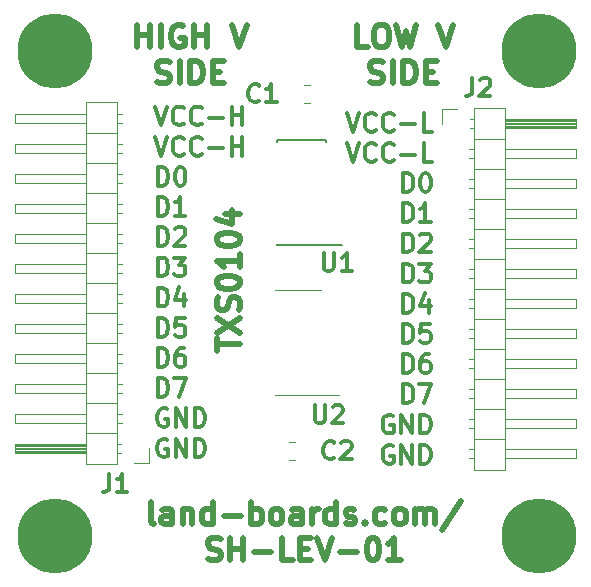
<source format=gto>
G04 #@! TF.GenerationSoftware,KiCad,Pcbnew,(6.0.1)*
G04 #@! TF.CreationDate,2022-08-20T07:42:27-04:00*
G04 #@! TF.ProjectId,SH-LEV-01,53482d4c-4556-42d3-9031-2e6b69636164,1*
G04 #@! TF.SameCoordinates,Original*
G04 #@! TF.FileFunction,Legend,Top*
G04 #@! TF.FilePolarity,Positive*
%FSLAX46Y46*%
G04 Gerber Fmt 4.6, Leading zero omitted, Abs format (unit mm)*
G04 Created by KiCad (PCBNEW (6.0.1)) date 2022-08-20 07:42:28*
%MOMM*%
%LPD*%
G01*
G04 APERTURE LIST*
%ADD10C,0.304800*%
%ADD11C,0.476250*%
%ADD12C,0.120000*%
%ADD13C,0.150000*%
%ADD14C,6.350000*%
G04 APERTURE END LIST*
D10*
X38801765Y-19210942D02*
X39309765Y-20798442D01*
X39817765Y-19210942D01*
X41196622Y-20647252D02*
X41124051Y-20722847D01*
X40906337Y-20798442D01*
X40761194Y-20798442D01*
X40543480Y-20722847D01*
X40398337Y-20571657D01*
X40325765Y-20420466D01*
X40253194Y-20118085D01*
X40253194Y-19891299D01*
X40325765Y-19588918D01*
X40398337Y-19437728D01*
X40543480Y-19286538D01*
X40761194Y-19210942D01*
X40906337Y-19210942D01*
X41124051Y-19286538D01*
X41196622Y-19362133D01*
X42720622Y-20647252D02*
X42648051Y-20722847D01*
X42430337Y-20798442D01*
X42285194Y-20798442D01*
X42067480Y-20722847D01*
X41922337Y-20571657D01*
X41849765Y-20420466D01*
X41777194Y-20118085D01*
X41777194Y-19891299D01*
X41849765Y-19588918D01*
X41922337Y-19437728D01*
X42067480Y-19286538D01*
X42285194Y-19210942D01*
X42430337Y-19210942D01*
X42648051Y-19286538D01*
X42720622Y-19362133D01*
X43373765Y-20193680D02*
X44534908Y-20193680D01*
X45986337Y-20798442D02*
X45260622Y-20798442D01*
X45260622Y-19210942D01*
X38801765Y-21766817D02*
X39309765Y-23354317D01*
X39817765Y-21766817D01*
X41196622Y-23203127D02*
X41124051Y-23278722D01*
X40906337Y-23354317D01*
X40761194Y-23354317D01*
X40543480Y-23278722D01*
X40398337Y-23127532D01*
X40325765Y-22976341D01*
X40253194Y-22673960D01*
X40253194Y-22447174D01*
X40325765Y-22144793D01*
X40398337Y-21993603D01*
X40543480Y-21842413D01*
X40761194Y-21766817D01*
X40906337Y-21766817D01*
X41124051Y-21842413D01*
X41196622Y-21918008D01*
X42720622Y-23203127D02*
X42648051Y-23278722D01*
X42430337Y-23354317D01*
X42285194Y-23354317D01*
X42067480Y-23278722D01*
X41922337Y-23127532D01*
X41849765Y-22976341D01*
X41777194Y-22673960D01*
X41777194Y-22447174D01*
X41849765Y-22144793D01*
X41922337Y-21993603D01*
X42067480Y-21842413D01*
X42285194Y-21766817D01*
X42430337Y-21766817D01*
X42648051Y-21842413D01*
X42720622Y-21918008D01*
X43373765Y-22749555D02*
X44534908Y-22749555D01*
X45986337Y-23354317D02*
X45260622Y-23354317D01*
X45260622Y-21766817D01*
X43518908Y-25910192D02*
X43518908Y-24322692D01*
X43881765Y-24322692D01*
X44099480Y-24398288D01*
X44244622Y-24549478D01*
X44317194Y-24700668D01*
X44389765Y-25003049D01*
X44389765Y-25229835D01*
X44317194Y-25532216D01*
X44244622Y-25683407D01*
X44099480Y-25834597D01*
X43881765Y-25910192D01*
X43518908Y-25910192D01*
X45333194Y-24322692D02*
X45478337Y-24322692D01*
X45623480Y-24398288D01*
X45696051Y-24473883D01*
X45768622Y-24625073D01*
X45841194Y-24927454D01*
X45841194Y-25305430D01*
X45768622Y-25607811D01*
X45696051Y-25759002D01*
X45623480Y-25834597D01*
X45478337Y-25910192D01*
X45333194Y-25910192D01*
X45188051Y-25834597D01*
X45115480Y-25759002D01*
X45042908Y-25607811D01*
X44970337Y-25305430D01*
X44970337Y-24927454D01*
X45042908Y-24625073D01*
X45115480Y-24473883D01*
X45188051Y-24398288D01*
X45333194Y-24322692D01*
X43518908Y-28466067D02*
X43518908Y-26878567D01*
X43881765Y-26878567D01*
X44099480Y-26954163D01*
X44244622Y-27105353D01*
X44317194Y-27256543D01*
X44389765Y-27558924D01*
X44389765Y-27785710D01*
X44317194Y-28088091D01*
X44244622Y-28239282D01*
X44099480Y-28390472D01*
X43881765Y-28466067D01*
X43518908Y-28466067D01*
X45841194Y-28466067D02*
X44970337Y-28466067D01*
X45405765Y-28466067D02*
X45405765Y-26878567D01*
X45260622Y-27105353D01*
X45115480Y-27256543D01*
X44970337Y-27332139D01*
X43518908Y-31021942D02*
X43518908Y-29434442D01*
X43881765Y-29434442D01*
X44099480Y-29510038D01*
X44244622Y-29661228D01*
X44317194Y-29812418D01*
X44389765Y-30114799D01*
X44389765Y-30341585D01*
X44317194Y-30643966D01*
X44244622Y-30795157D01*
X44099480Y-30946347D01*
X43881765Y-31021942D01*
X43518908Y-31021942D01*
X44970337Y-29585633D02*
X45042908Y-29510038D01*
X45188051Y-29434442D01*
X45550908Y-29434442D01*
X45696051Y-29510038D01*
X45768622Y-29585633D01*
X45841194Y-29736823D01*
X45841194Y-29888014D01*
X45768622Y-30114799D01*
X44897765Y-31021942D01*
X45841194Y-31021942D01*
X43518908Y-33577817D02*
X43518908Y-31990317D01*
X43881765Y-31990317D01*
X44099480Y-32065913D01*
X44244622Y-32217103D01*
X44317194Y-32368293D01*
X44389765Y-32670674D01*
X44389765Y-32897460D01*
X44317194Y-33199841D01*
X44244622Y-33351032D01*
X44099480Y-33502222D01*
X43881765Y-33577817D01*
X43518908Y-33577817D01*
X44897765Y-31990317D02*
X45841194Y-31990317D01*
X45333194Y-32595079D01*
X45550908Y-32595079D01*
X45696051Y-32670674D01*
X45768622Y-32746270D01*
X45841194Y-32897460D01*
X45841194Y-33275436D01*
X45768622Y-33426627D01*
X45696051Y-33502222D01*
X45550908Y-33577817D01*
X45115480Y-33577817D01*
X44970337Y-33502222D01*
X44897765Y-33426627D01*
X43518908Y-36133692D02*
X43518908Y-34546192D01*
X43881765Y-34546192D01*
X44099480Y-34621788D01*
X44244622Y-34772978D01*
X44317194Y-34924168D01*
X44389765Y-35226549D01*
X44389765Y-35453335D01*
X44317194Y-35755716D01*
X44244622Y-35906907D01*
X44099480Y-36058097D01*
X43881765Y-36133692D01*
X43518908Y-36133692D01*
X45696051Y-35075359D02*
X45696051Y-36133692D01*
X45333194Y-34470597D02*
X44970337Y-35604526D01*
X45913765Y-35604526D01*
X43518908Y-38689567D02*
X43518908Y-37102067D01*
X43881765Y-37102067D01*
X44099480Y-37177663D01*
X44244622Y-37328853D01*
X44317194Y-37480043D01*
X44389765Y-37782424D01*
X44389765Y-38009210D01*
X44317194Y-38311591D01*
X44244622Y-38462782D01*
X44099480Y-38613972D01*
X43881765Y-38689567D01*
X43518908Y-38689567D01*
X45768622Y-37102067D02*
X45042908Y-37102067D01*
X44970337Y-37858020D01*
X45042908Y-37782424D01*
X45188051Y-37706829D01*
X45550908Y-37706829D01*
X45696051Y-37782424D01*
X45768622Y-37858020D01*
X45841194Y-38009210D01*
X45841194Y-38387186D01*
X45768622Y-38538377D01*
X45696051Y-38613972D01*
X45550908Y-38689567D01*
X45188051Y-38689567D01*
X45042908Y-38613972D01*
X44970337Y-38538377D01*
X43518908Y-41245442D02*
X43518908Y-39657942D01*
X43881765Y-39657942D01*
X44099480Y-39733538D01*
X44244622Y-39884728D01*
X44317194Y-40035918D01*
X44389765Y-40338299D01*
X44389765Y-40565085D01*
X44317194Y-40867466D01*
X44244622Y-41018657D01*
X44099480Y-41169847D01*
X43881765Y-41245442D01*
X43518908Y-41245442D01*
X45696051Y-39657942D02*
X45405765Y-39657942D01*
X45260622Y-39733538D01*
X45188051Y-39809133D01*
X45042908Y-40035918D01*
X44970337Y-40338299D01*
X44970337Y-40943061D01*
X45042908Y-41094252D01*
X45115480Y-41169847D01*
X45260622Y-41245442D01*
X45550908Y-41245442D01*
X45696051Y-41169847D01*
X45768622Y-41094252D01*
X45841194Y-40943061D01*
X45841194Y-40565085D01*
X45768622Y-40413895D01*
X45696051Y-40338299D01*
X45550908Y-40262704D01*
X45260622Y-40262704D01*
X45115480Y-40338299D01*
X45042908Y-40413895D01*
X44970337Y-40565085D01*
X43518908Y-43801317D02*
X43518908Y-42213817D01*
X43881765Y-42213817D01*
X44099480Y-42289413D01*
X44244622Y-42440603D01*
X44317194Y-42591793D01*
X44389765Y-42894174D01*
X44389765Y-43120960D01*
X44317194Y-43423341D01*
X44244622Y-43574532D01*
X44099480Y-43725722D01*
X43881765Y-43801317D01*
X43518908Y-43801317D01*
X44897765Y-42213817D02*
X45913765Y-42213817D01*
X45260622Y-43801317D01*
X42648051Y-44845288D02*
X42502908Y-44769692D01*
X42285194Y-44769692D01*
X42067480Y-44845288D01*
X41922337Y-44996478D01*
X41849765Y-45147668D01*
X41777194Y-45450049D01*
X41777194Y-45676835D01*
X41849765Y-45979216D01*
X41922337Y-46130407D01*
X42067480Y-46281597D01*
X42285194Y-46357192D01*
X42430337Y-46357192D01*
X42648051Y-46281597D01*
X42720622Y-46206002D01*
X42720622Y-45676835D01*
X42430337Y-45676835D01*
X43373765Y-46357192D02*
X43373765Y-44769692D01*
X44244622Y-46357192D01*
X44244622Y-44769692D01*
X44970337Y-46357192D02*
X44970337Y-44769692D01*
X45333194Y-44769692D01*
X45550908Y-44845288D01*
X45696051Y-44996478D01*
X45768622Y-45147668D01*
X45841194Y-45450049D01*
X45841194Y-45676835D01*
X45768622Y-45979216D01*
X45696051Y-46130407D01*
X45550908Y-46281597D01*
X45333194Y-46357192D01*
X44970337Y-46357192D01*
X42648051Y-47401163D02*
X42502908Y-47325567D01*
X42285194Y-47325567D01*
X42067480Y-47401163D01*
X41922337Y-47552353D01*
X41849765Y-47703543D01*
X41777194Y-48005924D01*
X41777194Y-48232710D01*
X41849765Y-48535091D01*
X41922337Y-48686282D01*
X42067480Y-48837472D01*
X42285194Y-48913067D01*
X42430337Y-48913067D01*
X42648051Y-48837472D01*
X42720622Y-48761877D01*
X42720622Y-48232710D01*
X42430337Y-48232710D01*
X43373765Y-48913067D02*
X43373765Y-47325567D01*
X44244622Y-48913067D01*
X44244622Y-47325567D01*
X44970337Y-48913067D02*
X44970337Y-47325567D01*
X45333194Y-47325567D01*
X45550908Y-47401163D01*
X45696051Y-47552353D01*
X45768622Y-47703543D01*
X45841194Y-48005924D01*
X45841194Y-48232710D01*
X45768622Y-48535091D01*
X45696051Y-48686282D01*
X45550908Y-48837472D01*
X45333194Y-48913067D01*
X44970337Y-48913067D01*
X22542862Y-18682952D02*
X23050862Y-20270452D01*
X23558862Y-18682952D01*
X24937720Y-20119262D02*
X24865148Y-20194857D01*
X24647434Y-20270452D01*
X24502291Y-20270452D01*
X24284577Y-20194857D01*
X24139434Y-20043667D01*
X24066862Y-19892476D01*
X23994291Y-19590095D01*
X23994291Y-19363309D01*
X24066862Y-19060928D01*
X24139434Y-18909738D01*
X24284577Y-18758548D01*
X24502291Y-18682952D01*
X24647434Y-18682952D01*
X24865148Y-18758548D01*
X24937720Y-18834143D01*
X26461720Y-20119262D02*
X26389148Y-20194857D01*
X26171434Y-20270452D01*
X26026291Y-20270452D01*
X25808577Y-20194857D01*
X25663434Y-20043667D01*
X25590862Y-19892476D01*
X25518291Y-19590095D01*
X25518291Y-19363309D01*
X25590862Y-19060928D01*
X25663434Y-18909738D01*
X25808577Y-18758548D01*
X26026291Y-18682952D01*
X26171434Y-18682952D01*
X26389148Y-18758548D01*
X26461720Y-18834143D01*
X27114862Y-19665690D02*
X28276005Y-19665690D01*
X29001720Y-20270452D02*
X29001720Y-18682952D01*
X29001720Y-19438905D02*
X29872577Y-19438905D01*
X29872577Y-20270452D02*
X29872577Y-18682952D01*
X22542862Y-21238827D02*
X23050862Y-22826327D01*
X23558862Y-21238827D01*
X24937720Y-22675137D02*
X24865148Y-22750732D01*
X24647434Y-22826327D01*
X24502291Y-22826327D01*
X24284577Y-22750732D01*
X24139434Y-22599542D01*
X24066862Y-22448351D01*
X23994291Y-22145970D01*
X23994291Y-21919184D01*
X24066862Y-21616803D01*
X24139434Y-21465613D01*
X24284577Y-21314423D01*
X24502291Y-21238827D01*
X24647434Y-21238827D01*
X24865148Y-21314423D01*
X24937720Y-21390018D01*
X26461720Y-22675137D02*
X26389148Y-22750732D01*
X26171434Y-22826327D01*
X26026291Y-22826327D01*
X25808577Y-22750732D01*
X25663434Y-22599542D01*
X25590862Y-22448351D01*
X25518291Y-22145970D01*
X25518291Y-21919184D01*
X25590862Y-21616803D01*
X25663434Y-21465613D01*
X25808577Y-21314423D01*
X26026291Y-21238827D01*
X26171434Y-21238827D01*
X26389148Y-21314423D01*
X26461720Y-21390018D01*
X27114862Y-22221565D02*
X28276005Y-22221565D01*
X29001720Y-22826327D02*
X29001720Y-21238827D01*
X29001720Y-21994780D02*
X29872577Y-21994780D01*
X29872577Y-22826327D02*
X29872577Y-21238827D01*
X22760577Y-25382202D02*
X22760577Y-23794702D01*
X23123434Y-23794702D01*
X23341148Y-23870298D01*
X23486291Y-24021488D01*
X23558862Y-24172678D01*
X23631434Y-24475059D01*
X23631434Y-24701845D01*
X23558862Y-25004226D01*
X23486291Y-25155417D01*
X23341148Y-25306607D01*
X23123434Y-25382202D01*
X22760577Y-25382202D01*
X24574862Y-23794702D02*
X24720005Y-23794702D01*
X24865148Y-23870298D01*
X24937720Y-23945893D01*
X25010291Y-24097083D01*
X25082862Y-24399464D01*
X25082862Y-24777440D01*
X25010291Y-25079821D01*
X24937720Y-25231012D01*
X24865148Y-25306607D01*
X24720005Y-25382202D01*
X24574862Y-25382202D01*
X24429720Y-25306607D01*
X24357148Y-25231012D01*
X24284577Y-25079821D01*
X24212005Y-24777440D01*
X24212005Y-24399464D01*
X24284577Y-24097083D01*
X24357148Y-23945893D01*
X24429720Y-23870298D01*
X24574862Y-23794702D01*
X22760577Y-27938077D02*
X22760577Y-26350577D01*
X23123434Y-26350577D01*
X23341148Y-26426173D01*
X23486291Y-26577363D01*
X23558862Y-26728553D01*
X23631434Y-27030934D01*
X23631434Y-27257720D01*
X23558862Y-27560101D01*
X23486291Y-27711292D01*
X23341148Y-27862482D01*
X23123434Y-27938077D01*
X22760577Y-27938077D01*
X25082862Y-27938077D02*
X24212005Y-27938077D01*
X24647434Y-27938077D02*
X24647434Y-26350577D01*
X24502291Y-26577363D01*
X24357148Y-26728553D01*
X24212005Y-26804149D01*
X22760577Y-30493952D02*
X22760577Y-28906452D01*
X23123434Y-28906452D01*
X23341148Y-28982048D01*
X23486291Y-29133238D01*
X23558862Y-29284428D01*
X23631434Y-29586809D01*
X23631434Y-29813595D01*
X23558862Y-30115976D01*
X23486291Y-30267167D01*
X23341148Y-30418357D01*
X23123434Y-30493952D01*
X22760577Y-30493952D01*
X24212005Y-29057643D02*
X24284577Y-28982048D01*
X24429720Y-28906452D01*
X24792577Y-28906452D01*
X24937720Y-28982048D01*
X25010291Y-29057643D01*
X25082862Y-29208833D01*
X25082862Y-29360024D01*
X25010291Y-29586809D01*
X24139434Y-30493952D01*
X25082862Y-30493952D01*
X22760577Y-33049827D02*
X22760577Y-31462327D01*
X23123434Y-31462327D01*
X23341148Y-31537923D01*
X23486291Y-31689113D01*
X23558862Y-31840303D01*
X23631434Y-32142684D01*
X23631434Y-32369470D01*
X23558862Y-32671851D01*
X23486291Y-32823042D01*
X23341148Y-32974232D01*
X23123434Y-33049827D01*
X22760577Y-33049827D01*
X24139434Y-31462327D02*
X25082862Y-31462327D01*
X24574862Y-32067089D01*
X24792577Y-32067089D01*
X24937720Y-32142684D01*
X25010291Y-32218280D01*
X25082862Y-32369470D01*
X25082862Y-32747446D01*
X25010291Y-32898637D01*
X24937720Y-32974232D01*
X24792577Y-33049827D01*
X24357148Y-33049827D01*
X24212005Y-32974232D01*
X24139434Y-32898637D01*
X22760577Y-35605702D02*
X22760577Y-34018202D01*
X23123434Y-34018202D01*
X23341148Y-34093798D01*
X23486291Y-34244988D01*
X23558862Y-34396178D01*
X23631434Y-34698559D01*
X23631434Y-34925345D01*
X23558862Y-35227726D01*
X23486291Y-35378917D01*
X23341148Y-35530107D01*
X23123434Y-35605702D01*
X22760577Y-35605702D01*
X24937720Y-34547369D02*
X24937720Y-35605702D01*
X24574862Y-33942607D02*
X24212005Y-35076536D01*
X25155434Y-35076536D01*
X22760577Y-38161577D02*
X22760577Y-36574077D01*
X23123434Y-36574077D01*
X23341148Y-36649673D01*
X23486291Y-36800863D01*
X23558862Y-36952053D01*
X23631434Y-37254434D01*
X23631434Y-37481220D01*
X23558862Y-37783601D01*
X23486291Y-37934792D01*
X23341148Y-38085982D01*
X23123434Y-38161577D01*
X22760577Y-38161577D01*
X25010291Y-36574077D02*
X24284577Y-36574077D01*
X24212005Y-37330030D01*
X24284577Y-37254434D01*
X24429720Y-37178839D01*
X24792577Y-37178839D01*
X24937720Y-37254434D01*
X25010291Y-37330030D01*
X25082862Y-37481220D01*
X25082862Y-37859196D01*
X25010291Y-38010387D01*
X24937720Y-38085982D01*
X24792577Y-38161577D01*
X24429720Y-38161577D01*
X24284577Y-38085982D01*
X24212005Y-38010387D01*
X22760577Y-40717452D02*
X22760577Y-39129952D01*
X23123434Y-39129952D01*
X23341148Y-39205548D01*
X23486291Y-39356738D01*
X23558862Y-39507928D01*
X23631434Y-39810309D01*
X23631434Y-40037095D01*
X23558862Y-40339476D01*
X23486291Y-40490667D01*
X23341148Y-40641857D01*
X23123434Y-40717452D01*
X22760577Y-40717452D01*
X24937720Y-39129952D02*
X24647434Y-39129952D01*
X24502291Y-39205548D01*
X24429720Y-39281143D01*
X24284577Y-39507928D01*
X24212005Y-39810309D01*
X24212005Y-40415071D01*
X24284577Y-40566262D01*
X24357148Y-40641857D01*
X24502291Y-40717452D01*
X24792577Y-40717452D01*
X24937720Y-40641857D01*
X25010291Y-40566262D01*
X25082862Y-40415071D01*
X25082862Y-40037095D01*
X25010291Y-39885905D01*
X24937720Y-39810309D01*
X24792577Y-39734714D01*
X24502291Y-39734714D01*
X24357148Y-39810309D01*
X24284577Y-39885905D01*
X24212005Y-40037095D01*
X22760577Y-43273327D02*
X22760577Y-41685827D01*
X23123434Y-41685827D01*
X23341148Y-41761423D01*
X23486291Y-41912613D01*
X23558862Y-42063803D01*
X23631434Y-42366184D01*
X23631434Y-42592970D01*
X23558862Y-42895351D01*
X23486291Y-43046542D01*
X23341148Y-43197732D01*
X23123434Y-43273327D01*
X22760577Y-43273327D01*
X24139434Y-41685827D02*
X25155434Y-41685827D01*
X24502291Y-43273327D01*
X23558862Y-44317298D02*
X23413720Y-44241702D01*
X23196005Y-44241702D01*
X22978291Y-44317298D01*
X22833148Y-44468488D01*
X22760577Y-44619678D01*
X22688005Y-44922059D01*
X22688005Y-45148845D01*
X22760577Y-45451226D01*
X22833148Y-45602417D01*
X22978291Y-45753607D01*
X23196005Y-45829202D01*
X23341148Y-45829202D01*
X23558862Y-45753607D01*
X23631434Y-45678012D01*
X23631434Y-45148845D01*
X23341148Y-45148845D01*
X24284577Y-45829202D02*
X24284577Y-44241702D01*
X25155434Y-45829202D01*
X25155434Y-44241702D01*
X25881148Y-45829202D02*
X25881148Y-44241702D01*
X26244005Y-44241702D01*
X26461720Y-44317298D01*
X26606862Y-44468488D01*
X26679434Y-44619678D01*
X26752005Y-44922059D01*
X26752005Y-45148845D01*
X26679434Y-45451226D01*
X26606862Y-45602417D01*
X26461720Y-45753607D01*
X26244005Y-45829202D01*
X25881148Y-45829202D01*
X23558862Y-46873173D02*
X23413720Y-46797577D01*
X23196005Y-46797577D01*
X22978291Y-46873173D01*
X22833148Y-47024363D01*
X22760577Y-47175553D01*
X22688005Y-47477934D01*
X22688005Y-47704720D01*
X22760577Y-48007101D01*
X22833148Y-48158292D01*
X22978291Y-48309482D01*
X23196005Y-48385077D01*
X23341148Y-48385077D01*
X23558862Y-48309482D01*
X23631434Y-48233887D01*
X23631434Y-47704720D01*
X23341148Y-47704720D01*
X24284577Y-48385077D02*
X24284577Y-46797577D01*
X25155434Y-48385077D01*
X25155434Y-46797577D01*
X25881148Y-48385077D02*
X25881148Y-46797577D01*
X26244005Y-46797577D01*
X26461720Y-46873173D01*
X26606862Y-47024363D01*
X26679434Y-47175553D01*
X26752005Y-47477934D01*
X26752005Y-47704720D01*
X26679434Y-48007101D01*
X26606862Y-48158292D01*
X26461720Y-48309482D01*
X26244005Y-48385077D01*
X25881148Y-48385077D01*
D11*
X22408242Y-54039860D02*
X22226814Y-53949146D01*
X22136099Y-53767717D01*
X22136099Y-52134860D01*
X23950385Y-54039860D02*
X23950385Y-53042003D01*
X23859671Y-52860575D01*
X23678242Y-52769860D01*
X23315385Y-52769860D01*
X23133957Y-52860575D01*
X23950385Y-53949146D02*
X23768957Y-54039860D01*
X23315385Y-54039860D01*
X23133957Y-53949146D01*
X23043242Y-53767717D01*
X23043242Y-53586289D01*
X23133957Y-53404860D01*
X23315385Y-53314146D01*
X23768957Y-53314146D01*
X23950385Y-53223432D01*
X24857528Y-52769860D02*
X24857528Y-54039860D01*
X24857528Y-52951289D02*
X24948242Y-52860575D01*
X25129671Y-52769860D01*
X25401814Y-52769860D01*
X25583242Y-52860575D01*
X25673957Y-53042003D01*
X25673957Y-54039860D01*
X27397528Y-54039860D02*
X27397528Y-52134860D01*
X27397528Y-53949146D02*
X27216099Y-54039860D01*
X26853242Y-54039860D01*
X26671814Y-53949146D01*
X26581099Y-53858432D01*
X26490385Y-53677003D01*
X26490385Y-53132717D01*
X26581099Y-52951289D01*
X26671814Y-52860575D01*
X26853242Y-52769860D01*
X27216099Y-52769860D01*
X27397528Y-52860575D01*
X28304671Y-53314146D02*
X29756099Y-53314146D01*
X30663242Y-54039860D02*
X30663242Y-52134860D01*
X30663242Y-52860575D02*
X30844671Y-52769860D01*
X31207528Y-52769860D01*
X31388957Y-52860575D01*
X31479671Y-52951289D01*
X31570385Y-53132717D01*
X31570385Y-53677003D01*
X31479671Y-53858432D01*
X31388957Y-53949146D01*
X31207528Y-54039860D01*
X30844671Y-54039860D01*
X30663242Y-53949146D01*
X32658957Y-54039860D02*
X32477528Y-53949146D01*
X32386814Y-53858432D01*
X32296099Y-53677003D01*
X32296099Y-53132717D01*
X32386814Y-52951289D01*
X32477528Y-52860575D01*
X32658957Y-52769860D01*
X32931099Y-52769860D01*
X33112528Y-52860575D01*
X33203242Y-52951289D01*
X33293957Y-53132717D01*
X33293957Y-53677003D01*
X33203242Y-53858432D01*
X33112528Y-53949146D01*
X32931099Y-54039860D01*
X32658957Y-54039860D01*
X34926814Y-54039860D02*
X34926814Y-53042003D01*
X34836100Y-52860575D01*
X34654671Y-52769860D01*
X34291814Y-52769860D01*
X34110385Y-52860575D01*
X34926814Y-53949146D02*
X34745385Y-54039860D01*
X34291814Y-54039860D01*
X34110385Y-53949146D01*
X34019671Y-53767717D01*
X34019671Y-53586289D01*
X34110385Y-53404860D01*
X34291814Y-53314146D01*
X34745385Y-53314146D01*
X34926814Y-53223432D01*
X35833957Y-54039860D02*
X35833957Y-52769860D01*
X35833957Y-53132717D02*
X35924671Y-52951289D01*
X36015385Y-52860575D01*
X36196814Y-52769860D01*
X36378242Y-52769860D01*
X37829671Y-54039860D02*
X37829671Y-52134860D01*
X37829671Y-53949146D02*
X37648242Y-54039860D01*
X37285385Y-54039860D01*
X37103957Y-53949146D01*
X37013242Y-53858432D01*
X36922528Y-53677003D01*
X36922528Y-53132717D01*
X37013242Y-52951289D01*
X37103957Y-52860575D01*
X37285385Y-52769860D01*
X37648242Y-52769860D01*
X37829671Y-52860575D01*
X38646100Y-53949146D02*
X38827528Y-54039860D01*
X39190385Y-54039860D01*
X39371814Y-53949146D01*
X39462528Y-53767717D01*
X39462528Y-53677003D01*
X39371814Y-53495575D01*
X39190385Y-53404860D01*
X38918242Y-53404860D01*
X38736814Y-53314146D01*
X38646100Y-53132717D01*
X38646100Y-53042003D01*
X38736814Y-52860575D01*
X38918242Y-52769860D01*
X39190385Y-52769860D01*
X39371814Y-52860575D01*
X40278957Y-53858432D02*
X40369671Y-53949146D01*
X40278957Y-54039860D01*
X40188242Y-53949146D01*
X40278957Y-53858432D01*
X40278957Y-54039860D01*
X42002528Y-53949146D02*
X41821100Y-54039860D01*
X41458242Y-54039860D01*
X41276814Y-53949146D01*
X41186100Y-53858432D01*
X41095385Y-53677003D01*
X41095385Y-53132717D01*
X41186100Y-52951289D01*
X41276814Y-52860575D01*
X41458242Y-52769860D01*
X41821100Y-52769860D01*
X42002528Y-52860575D01*
X43091100Y-54039860D02*
X42909671Y-53949146D01*
X42818957Y-53858432D01*
X42728242Y-53677003D01*
X42728242Y-53132717D01*
X42818957Y-52951289D01*
X42909671Y-52860575D01*
X43091100Y-52769860D01*
X43363242Y-52769860D01*
X43544671Y-52860575D01*
X43635385Y-52951289D01*
X43726100Y-53132717D01*
X43726100Y-53677003D01*
X43635385Y-53858432D01*
X43544671Y-53949146D01*
X43363242Y-54039860D01*
X43091100Y-54039860D01*
X44542528Y-54039860D02*
X44542528Y-52769860D01*
X44542528Y-52951289D02*
X44633242Y-52860575D01*
X44814671Y-52769860D01*
X45086814Y-52769860D01*
X45268242Y-52860575D01*
X45358957Y-53042003D01*
X45358957Y-54039860D01*
X45358957Y-53042003D02*
X45449671Y-52860575D01*
X45631100Y-52769860D01*
X45903242Y-52769860D01*
X46084671Y-52860575D01*
X46175385Y-53042003D01*
X46175385Y-54039860D01*
X48443242Y-52044146D02*
X46810385Y-54493432D01*
X26989314Y-57016196D02*
X27261457Y-57106910D01*
X27715028Y-57106910D01*
X27896457Y-57016196D01*
X27987171Y-56925482D01*
X28077885Y-56744053D01*
X28077885Y-56562625D01*
X27987171Y-56381196D01*
X27896457Y-56290482D01*
X27715028Y-56199767D01*
X27352171Y-56109053D01*
X27170742Y-56018339D01*
X27080028Y-55927625D01*
X26989314Y-55746196D01*
X26989314Y-55564767D01*
X27080028Y-55383339D01*
X27170742Y-55292625D01*
X27352171Y-55201910D01*
X27805742Y-55201910D01*
X28077885Y-55292625D01*
X28894314Y-57106910D02*
X28894314Y-55201910D01*
X28894314Y-56109053D02*
X29982885Y-56109053D01*
X29982885Y-57106910D02*
X29982885Y-55201910D01*
X30890028Y-56381196D02*
X32341457Y-56381196D01*
X34155742Y-57106910D02*
X33248600Y-57106910D01*
X33248600Y-55201910D01*
X34790742Y-56109053D02*
X35425742Y-56109053D01*
X35697885Y-57106910D02*
X34790742Y-57106910D01*
X34790742Y-55201910D01*
X35697885Y-55201910D01*
X36242171Y-55201910D02*
X36877171Y-57106910D01*
X37512171Y-55201910D01*
X38147171Y-56381196D02*
X39598600Y-56381196D01*
X40868600Y-55201910D02*
X41050028Y-55201910D01*
X41231457Y-55292625D01*
X41322171Y-55383339D01*
X41412885Y-55564767D01*
X41503600Y-55927625D01*
X41503600Y-56381196D01*
X41412885Y-56744053D01*
X41322171Y-56925482D01*
X41231457Y-57016196D01*
X41050028Y-57106910D01*
X40868600Y-57106910D01*
X40687171Y-57016196D01*
X40596457Y-56925482D01*
X40505742Y-56744053D01*
X40415028Y-56381196D01*
X40415028Y-55927625D01*
X40505742Y-55564767D01*
X40596457Y-55383339D01*
X40687171Y-55292625D01*
X40868600Y-55201910D01*
X43317885Y-57106910D02*
X42229314Y-57106910D01*
X42773600Y-57106910D02*
X42773600Y-55201910D01*
X42592171Y-55474053D01*
X42410742Y-55655482D01*
X42229314Y-55746196D01*
X27760385Y-39362742D02*
X27760385Y-38274171D01*
X29665385Y-38818457D02*
X27760385Y-38818457D01*
X27760385Y-37820600D02*
X29665385Y-36550600D01*
X27760385Y-36550600D02*
X29665385Y-37820600D01*
X29574671Y-35915600D02*
X29665385Y-35643457D01*
X29665385Y-35189885D01*
X29574671Y-35008457D01*
X29483957Y-34917742D01*
X29302528Y-34827028D01*
X29121100Y-34827028D01*
X28939671Y-34917742D01*
X28848957Y-35008457D01*
X28758242Y-35189885D01*
X28667528Y-35552742D01*
X28576814Y-35734171D01*
X28486100Y-35824885D01*
X28304671Y-35915600D01*
X28123242Y-35915600D01*
X27941814Y-35824885D01*
X27851100Y-35734171D01*
X27760385Y-35552742D01*
X27760385Y-35099171D01*
X27851100Y-34827028D01*
X27760385Y-33647742D02*
X27760385Y-33466314D01*
X27851100Y-33284885D01*
X27941814Y-33194171D01*
X28123242Y-33103457D01*
X28486100Y-33012742D01*
X28939671Y-33012742D01*
X29302528Y-33103457D01*
X29483957Y-33194171D01*
X29574671Y-33284885D01*
X29665385Y-33466314D01*
X29665385Y-33647742D01*
X29574671Y-33829171D01*
X29483957Y-33919885D01*
X29302528Y-34010600D01*
X28939671Y-34101314D01*
X28486100Y-34101314D01*
X28123242Y-34010600D01*
X27941814Y-33919885D01*
X27851100Y-33829171D01*
X27760385Y-33647742D01*
X29665385Y-31198457D02*
X29665385Y-32287028D01*
X29665385Y-31742742D02*
X27760385Y-31742742D01*
X28032528Y-31924171D01*
X28213957Y-32105600D01*
X28304671Y-32287028D01*
X27760385Y-30019171D02*
X27760385Y-29837742D01*
X27851100Y-29656314D01*
X27941814Y-29565600D01*
X28123242Y-29474885D01*
X28486100Y-29384171D01*
X28939671Y-29384171D01*
X29302528Y-29474885D01*
X29483957Y-29565600D01*
X29574671Y-29656314D01*
X29665385Y-29837742D01*
X29665385Y-30019171D01*
X29574671Y-30200600D01*
X29483957Y-30291314D01*
X29302528Y-30382028D01*
X28939671Y-30472742D01*
X28486100Y-30472742D01*
X28123242Y-30382028D01*
X27941814Y-30291314D01*
X27851100Y-30200600D01*
X27760385Y-30019171D01*
X28395385Y-27751314D02*
X29665385Y-27751314D01*
X27669671Y-28204885D02*
X29030385Y-28658457D01*
X29030385Y-27479171D01*
X40496671Y-13653860D02*
X39589528Y-13653860D01*
X39589528Y-11748860D01*
X41494528Y-11748860D02*
X41857385Y-11748860D01*
X42038814Y-11839575D01*
X42220242Y-12021003D01*
X42310957Y-12383860D01*
X42310957Y-13018860D01*
X42220242Y-13381717D01*
X42038814Y-13563146D01*
X41857385Y-13653860D01*
X41494528Y-13653860D01*
X41313100Y-13563146D01*
X41131671Y-13381717D01*
X41040957Y-13018860D01*
X41040957Y-12383860D01*
X41131671Y-12021003D01*
X41313100Y-11839575D01*
X41494528Y-11748860D01*
X42945957Y-11748860D02*
X43399528Y-13653860D01*
X43762385Y-12293146D01*
X44125242Y-13653860D01*
X44578814Y-11748860D01*
X46483814Y-11748860D02*
X47118814Y-13653860D01*
X47753814Y-11748860D01*
X40723457Y-16630196D02*
X40995600Y-16720910D01*
X41449171Y-16720910D01*
X41630600Y-16630196D01*
X41721314Y-16539482D01*
X41812028Y-16358053D01*
X41812028Y-16176625D01*
X41721314Y-15995196D01*
X41630600Y-15904482D01*
X41449171Y-15813767D01*
X41086314Y-15723053D01*
X40904885Y-15632339D01*
X40814171Y-15541625D01*
X40723457Y-15360196D01*
X40723457Y-15178767D01*
X40814171Y-14997339D01*
X40904885Y-14906625D01*
X41086314Y-14815910D01*
X41539885Y-14815910D01*
X41812028Y-14906625D01*
X42628457Y-16720910D02*
X42628457Y-14815910D01*
X43535600Y-16720910D02*
X43535600Y-14815910D01*
X43989171Y-14815910D01*
X44261314Y-14906625D01*
X44442742Y-15088053D01*
X44533457Y-15269482D01*
X44624171Y-15632339D01*
X44624171Y-15904482D01*
X44533457Y-16267339D01*
X44442742Y-16448767D01*
X44261314Y-16630196D01*
X43989171Y-16720910D01*
X43535600Y-16720910D01*
X45440600Y-15723053D02*
X46075600Y-15723053D01*
X46347742Y-16720910D02*
X45440600Y-16720910D01*
X45440600Y-14815910D01*
X46347742Y-14815910D01*
X21011242Y-13653860D02*
X21011242Y-11748860D01*
X21011242Y-12656003D02*
X22099814Y-12656003D01*
X22099814Y-13653860D02*
X22099814Y-11748860D01*
X23006957Y-13653860D02*
X23006957Y-11748860D01*
X24911957Y-11839575D02*
X24730528Y-11748860D01*
X24458385Y-11748860D01*
X24186242Y-11839575D01*
X24004814Y-12021003D01*
X23914100Y-12202432D01*
X23823385Y-12565289D01*
X23823385Y-12837432D01*
X23914100Y-13200289D01*
X24004814Y-13381717D01*
X24186242Y-13563146D01*
X24458385Y-13653860D01*
X24639814Y-13653860D01*
X24911957Y-13563146D01*
X25002671Y-13472432D01*
X25002671Y-12837432D01*
X24639814Y-12837432D01*
X25819100Y-13653860D02*
X25819100Y-11748860D01*
X25819100Y-12656003D02*
X26907671Y-12656003D01*
X26907671Y-13653860D02*
X26907671Y-11748860D01*
X28994100Y-11748860D02*
X29629100Y-13653860D01*
X30264100Y-11748860D01*
X22689457Y-16630196D02*
X22961600Y-16720910D01*
X23415171Y-16720910D01*
X23596600Y-16630196D01*
X23687314Y-16539482D01*
X23778028Y-16358053D01*
X23778028Y-16176625D01*
X23687314Y-15995196D01*
X23596600Y-15904482D01*
X23415171Y-15813767D01*
X23052314Y-15723053D01*
X22870885Y-15632339D01*
X22780171Y-15541625D01*
X22689457Y-15360196D01*
X22689457Y-15178767D01*
X22780171Y-14997339D01*
X22870885Y-14906625D01*
X23052314Y-14815910D01*
X23505885Y-14815910D01*
X23778028Y-14906625D01*
X24594457Y-16720910D02*
X24594457Y-14815910D01*
X25501600Y-16720910D02*
X25501600Y-14815910D01*
X25955171Y-14815910D01*
X26227314Y-14906625D01*
X26408742Y-15088053D01*
X26499457Y-15269482D01*
X26590171Y-15632339D01*
X26590171Y-15904482D01*
X26499457Y-16267339D01*
X26408742Y-16448767D01*
X26227314Y-16630196D01*
X25955171Y-16720910D01*
X25501600Y-16720910D01*
X27406600Y-15723053D02*
X28041600Y-15723053D01*
X28313742Y-16720910D02*
X27406600Y-16720910D01*
X27406600Y-14815910D01*
X28313742Y-14815910D01*
D10*
X36024457Y-43971028D02*
X36024457Y-45204742D01*
X36097028Y-45349885D01*
X36169600Y-45422457D01*
X36314742Y-45495028D01*
X36605028Y-45495028D01*
X36750171Y-45422457D01*
X36822742Y-45349885D01*
X36895314Y-45204742D01*
X36895314Y-43971028D01*
X37548457Y-44116171D02*
X37621028Y-44043600D01*
X37766171Y-43971028D01*
X38129028Y-43971028D01*
X38274171Y-44043600D01*
X38346742Y-44116171D01*
X38419314Y-44261314D01*
X38419314Y-44406457D01*
X38346742Y-44624171D01*
X37475885Y-45495028D01*
X38419314Y-45495028D01*
X36774457Y-31057028D02*
X36774457Y-32290742D01*
X36847028Y-32435885D01*
X36919600Y-32508457D01*
X37064742Y-32581028D01*
X37355028Y-32581028D01*
X37500171Y-32508457D01*
X37572742Y-32435885D01*
X37645314Y-32290742D01*
X37645314Y-31057028D01*
X39169314Y-32581028D02*
X38298457Y-32581028D01*
X38733885Y-32581028D02*
X38733885Y-31057028D01*
X38588742Y-31274742D01*
X38443600Y-31419885D01*
X38298457Y-31492457D01*
X18643600Y-49813028D02*
X18643600Y-50901600D01*
X18571028Y-51119314D01*
X18425885Y-51264457D01*
X18208171Y-51337028D01*
X18063028Y-51337028D01*
X20167600Y-51337028D02*
X19296742Y-51337028D01*
X19732171Y-51337028D02*
X19732171Y-49813028D01*
X19587028Y-50030742D01*
X19441885Y-50175885D01*
X19296742Y-50248457D01*
X37693600Y-48397885D02*
X37621028Y-48470457D01*
X37403314Y-48543028D01*
X37258171Y-48543028D01*
X37040457Y-48470457D01*
X36895314Y-48325314D01*
X36822742Y-48180171D01*
X36750171Y-47889885D01*
X36750171Y-47672171D01*
X36822742Y-47381885D01*
X36895314Y-47236742D01*
X37040457Y-47091600D01*
X37258171Y-47019028D01*
X37403314Y-47019028D01*
X37621028Y-47091600D01*
X37693600Y-47164171D01*
X38274171Y-47164171D02*
X38346742Y-47091600D01*
X38491885Y-47019028D01*
X38854742Y-47019028D01*
X38999885Y-47091600D01*
X39072457Y-47164171D01*
X39145028Y-47309314D01*
X39145028Y-47454457D01*
X39072457Y-47672171D01*
X38201600Y-48543028D01*
X39145028Y-48543028D01*
X49377600Y-16285028D02*
X49377600Y-17373600D01*
X49305028Y-17591314D01*
X49159885Y-17736457D01*
X48942171Y-17809028D01*
X48797028Y-17809028D01*
X50030742Y-16430171D02*
X50103314Y-16357600D01*
X50248457Y-16285028D01*
X50611314Y-16285028D01*
X50756457Y-16357600D01*
X50829028Y-16430171D01*
X50901600Y-16575314D01*
X50901600Y-16720457D01*
X50829028Y-16938171D01*
X49958171Y-17809028D01*
X50901600Y-17809028D01*
X31343600Y-18171885D02*
X31271028Y-18244457D01*
X31053314Y-18317028D01*
X30908171Y-18317028D01*
X30690457Y-18244457D01*
X30545314Y-18099314D01*
X30472742Y-17954171D01*
X30400171Y-17663885D01*
X30400171Y-17446171D01*
X30472742Y-17155885D01*
X30545314Y-17010742D01*
X30690457Y-16865600D01*
X30908171Y-16793028D01*
X31053314Y-16793028D01*
X31271028Y-16865600D01*
X31343600Y-16938171D01*
X32795028Y-18317028D02*
X31924171Y-18317028D01*
X32359600Y-18317028D02*
X32359600Y-16793028D01*
X32214457Y-17010742D01*
X32069314Y-17155885D01*
X31924171Y-17228457D01*
D12*
X34645600Y-43124600D02*
X32695600Y-43124600D01*
X34645600Y-34254600D02*
X32695600Y-34254600D01*
X34645600Y-34254600D02*
X36595600Y-34254600D01*
X34645600Y-43124600D02*
X38095600Y-43124600D01*
D13*
X36974600Y-30439600D02*
X36974600Y-30414600D01*
X32824600Y-30439600D02*
X32824600Y-30324600D01*
X36974600Y-30414600D02*
X38349600Y-30414600D01*
X36974600Y-21539600D02*
X32824600Y-21539600D01*
X36974600Y-30439600D02*
X32824600Y-30439600D01*
X36974600Y-21539600D02*
X36974600Y-21654600D01*
X32824600Y-21539600D02*
X32824600Y-21654600D01*
D12*
X16632600Y-47984600D02*
X10632600Y-47984600D01*
X19689671Y-32744600D02*
X19292600Y-32744600D01*
X16632600Y-22584600D02*
X10632600Y-22584600D01*
X19292600Y-23474600D02*
X16632600Y-23474600D01*
X19622600Y-47224600D02*
X19292600Y-47224600D01*
X19689671Y-40364600D02*
X19292600Y-40364600D01*
X16632600Y-37824600D02*
X10632600Y-37824600D01*
X19292600Y-33634600D02*
X16632600Y-33634600D01*
X19292600Y-48934600D02*
X19292600Y-18334600D01*
X10632600Y-47224600D02*
X16632600Y-47224600D01*
X19292600Y-46334600D02*
X16632600Y-46334600D01*
X16632600Y-40364600D02*
X10632600Y-40364600D01*
X19689671Y-37064600D02*
X19292600Y-37064600D01*
X19689671Y-19284600D02*
X19292600Y-19284600D01*
X16632600Y-20044600D02*
X10632600Y-20044600D01*
X10632600Y-30204600D02*
X10632600Y-29444600D01*
X19689671Y-29444600D02*
X19292600Y-29444600D01*
X19689671Y-42904600D02*
X19292600Y-42904600D01*
X16632600Y-47924600D02*
X10632600Y-47924600D01*
X16632600Y-47804600D02*
X10632600Y-47804600D01*
X16632600Y-25124600D02*
X10632600Y-25124600D01*
X10632600Y-37064600D02*
X16632600Y-37064600D01*
X10632600Y-21824600D02*
X16632600Y-21824600D01*
X19292600Y-18334600D02*
X16632600Y-18334600D01*
X10632600Y-42144600D02*
X16632600Y-42144600D01*
X16632600Y-35284600D02*
X10632600Y-35284600D01*
X10632600Y-22584600D02*
X10632600Y-21824600D01*
X19292600Y-31094600D02*
X16632600Y-31094600D01*
X10632600Y-35284600D02*
X10632600Y-34524600D01*
X19689671Y-35284600D02*
X19292600Y-35284600D01*
X19689671Y-45444600D02*
X19292600Y-45444600D01*
X10632600Y-44684600D02*
X16632600Y-44684600D01*
X19689671Y-27664600D02*
X19292600Y-27664600D01*
X10632600Y-40364600D02*
X10632600Y-39604600D01*
X19292600Y-43794600D02*
X16632600Y-43794600D01*
X10632600Y-39604600D02*
X16632600Y-39604600D01*
X16632600Y-18334600D02*
X16632600Y-48934600D01*
X19689671Y-44684600D02*
X19292600Y-44684600D01*
X19292600Y-26014600D02*
X16632600Y-26014600D01*
X19689671Y-24364600D02*
X19292600Y-24364600D01*
X10632600Y-34524600D02*
X16632600Y-34524600D01*
X10632600Y-37824600D02*
X10632600Y-37064600D01*
X19689671Y-26904600D02*
X19292600Y-26904600D01*
X10632600Y-29444600D02*
X16632600Y-29444600D01*
X19689671Y-42144600D02*
X19292600Y-42144600D01*
X19689671Y-25124600D02*
X19292600Y-25124600D01*
X10632600Y-26904600D02*
X16632600Y-26904600D01*
X19689671Y-21824600D02*
X19292600Y-21824600D01*
X19292600Y-28554600D02*
X16632600Y-28554600D01*
X19292600Y-38714600D02*
X16632600Y-38714600D01*
X19689671Y-22584600D02*
X19292600Y-22584600D01*
X10632600Y-32744600D02*
X10632600Y-31984600D01*
X10632600Y-27664600D02*
X10632600Y-26904600D01*
X16632600Y-32744600D02*
X10632600Y-32744600D01*
X16632600Y-48934600D02*
X19292600Y-48934600D01*
X10632600Y-47984600D02*
X10632600Y-47224600D01*
X10632600Y-20044600D02*
X10632600Y-19284600D01*
X19622600Y-47984600D02*
X19292600Y-47984600D01*
X16632600Y-47444600D02*
X10632600Y-47444600D01*
X10632600Y-42904600D02*
X10632600Y-42144600D01*
X16632600Y-47564600D02*
X10632600Y-47564600D01*
X16632600Y-47324600D02*
X10632600Y-47324600D01*
X16632600Y-42904600D02*
X10632600Y-42904600D01*
X10632600Y-31984600D02*
X16632600Y-31984600D01*
X22002600Y-48874600D02*
X20732600Y-48874600D01*
X16632600Y-47684600D02*
X10632600Y-47684600D01*
X10632600Y-24364600D02*
X16632600Y-24364600D01*
X10632600Y-19284600D02*
X16632600Y-19284600D01*
X10632600Y-45444600D02*
X10632600Y-44684600D01*
X16632600Y-27664600D02*
X10632600Y-27664600D01*
X19292600Y-41254600D02*
X16632600Y-41254600D01*
X19689671Y-20044600D02*
X19292600Y-20044600D01*
X19689671Y-30204600D02*
X19292600Y-30204600D01*
X19292600Y-20934600D02*
X16632600Y-20934600D01*
X19689671Y-34524600D02*
X19292600Y-34524600D01*
X19292600Y-36174600D02*
X16632600Y-36174600D01*
X22002600Y-47604600D02*
X22002600Y-48874600D01*
X10632600Y-25124600D02*
X10632600Y-24364600D01*
X19689671Y-31984600D02*
X19292600Y-31984600D01*
X16632600Y-45444600D02*
X10632600Y-45444600D01*
X19689671Y-37824600D02*
X19292600Y-37824600D01*
X16632600Y-30204600D02*
X10632600Y-30204600D01*
X19689671Y-39604600D02*
X19292600Y-39604600D01*
X33876348Y-47118600D02*
X34398852Y-47118600D01*
X33876348Y-48588600D02*
X34398852Y-48588600D01*
X49490600Y-36652600D02*
X52150600Y-36652600D01*
X58150600Y-22302600D02*
X58150600Y-23062600D01*
X58150600Y-19762600D02*
X58150600Y-20522600D01*
X49490600Y-21412600D02*
X52150600Y-21412600D01*
X58150600Y-29922600D02*
X58150600Y-30682600D01*
X52150600Y-20302600D02*
X58150600Y-20302600D01*
X49093529Y-45922600D02*
X49490600Y-45922600D01*
X52150600Y-49412600D02*
X52150600Y-18812600D01*
X58150600Y-40082600D02*
X58150600Y-40842600D01*
X49093529Y-40082600D02*
X49490600Y-40082600D01*
X58150600Y-37542600D02*
X58150600Y-38302600D01*
X49093529Y-28142600D02*
X49490600Y-28142600D01*
X49490600Y-31572600D02*
X52150600Y-31572600D01*
X49093529Y-29922600D02*
X49490600Y-29922600D01*
X58150600Y-43382600D02*
X52150600Y-43382600D01*
X58150600Y-28142600D02*
X52150600Y-28142600D01*
X49093529Y-42622600D02*
X49490600Y-42622600D01*
X49093529Y-35002600D02*
X49490600Y-35002600D01*
X49093529Y-47702600D02*
X49490600Y-47702600D01*
X52150600Y-40082600D02*
X58150600Y-40082600D01*
X52150600Y-20182600D02*
X58150600Y-20182600D01*
X52150600Y-42622600D02*
X58150600Y-42622600D01*
X49093529Y-40842600D02*
X49490600Y-40842600D01*
X52150600Y-20062600D02*
X58150600Y-20062600D01*
X52150600Y-22302600D02*
X58150600Y-22302600D01*
X52150600Y-37542600D02*
X58150600Y-37542600D01*
X58150600Y-45922600D02*
X52150600Y-45922600D01*
X58150600Y-23062600D02*
X52150600Y-23062600D01*
X58150600Y-27382600D02*
X58150600Y-28142600D01*
X49490600Y-26492600D02*
X52150600Y-26492600D01*
X49490600Y-49412600D02*
X52150600Y-49412600D01*
X49160600Y-20522600D02*
X49490600Y-20522600D01*
X58150600Y-20522600D02*
X52150600Y-20522600D01*
X52150600Y-18812600D02*
X49490600Y-18812600D01*
X52150600Y-19942600D02*
X58150600Y-19942600D01*
X52150600Y-20422600D02*
X58150600Y-20422600D01*
X49490600Y-44272600D02*
X52150600Y-44272600D01*
X49093529Y-25602600D02*
X49490600Y-25602600D01*
X49093529Y-30682600D02*
X49490600Y-30682600D01*
X49490600Y-41732600D02*
X52150600Y-41732600D01*
X49093529Y-27382600D02*
X49490600Y-27382600D01*
X49093529Y-33222600D02*
X49490600Y-33222600D01*
X49490600Y-29032600D02*
X52150600Y-29032600D01*
X58150600Y-47702600D02*
X58150600Y-48462600D01*
X58150600Y-24842600D02*
X58150600Y-25602600D01*
X49093529Y-37542600D02*
X49490600Y-37542600D01*
X49093529Y-32462600D02*
X49490600Y-32462600D01*
X49093529Y-38302600D02*
X49490600Y-38302600D01*
X58150600Y-25602600D02*
X52150600Y-25602600D01*
X58150600Y-32462600D02*
X58150600Y-33222600D01*
X49093529Y-23062600D02*
X49490600Y-23062600D01*
X52150600Y-29922600D02*
X58150600Y-29922600D01*
X49490600Y-46812600D02*
X52150600Y-46812600D01*
X49093529Y-45162600D02*
X49490600Y-45162600D01*
X49160600Y-19762600D02*
X49490600Y-19762600D01*
X58150600Y-35002600D02*
X58150600Y-35762600D01*
X52150600Y-27382600D02*
X58150600Y-27382600D01*
X49093529Y-48462600D02*
X49490600Y-48462600D01*
X52150600Y-19762600D02*
X58150600Y-19762600D01*
X52150600Y-35002600D02*
X58150600Y-35002600D01*
X49093529Y-35762600D02*
X49490600Y-35762600D01*
X49093529Y-22302600D02*
X49490600Y-22302600D01*
X58150600Y-42622600D02*
X58150600Y-43382600D01*
X52150600Y-47702600D02*
X58150600Y-47702600D01*
X49490600Y-23952600D02*
X52150600Y-23952600D01*
X49093529Y-43382600D02*
X49490600Y-43382600D01*
X46780600Y-18872600D02*
X48050600Y-18872600D01*
X49093529Y-24842600D02*
X49490600Y-24842600D01*
X58150600Y-30682600D02*
X52150600Y-30682600D01*
X49490600Y-34112600D02*
X52150600Y-34112600D01*
X52150600Y-32462600D02*
X58150600Y-32462600D01*
X58150600Y-40842600D02*
X52150600Y-40842600D01*
X46780600Y-20142600D02*
X46780600Y-18872600D01*
X58150600Y-48462600D02*
X52150600Y-48462600D01*
X58150600Y-35762600D02*
X52150600Y-35762600D01*
X49490600Y-39192600D02*
X52150600Y-39192600D01*
X58150600Y-45162600D02*
X58150600Y-45922600D01*
X58150600Y-33222600D02*
X52150600Y-33222600D01*
X52150600Y-24842600D02*
X58150600Y-24842600D01*
X49490600Y-18812600D02*
X49490600Y-49412600D01*
X58150600Y-38302600D02*
X52150600Y-38302600D01*
X52150600Y-45162600D02*
X58150600Y-45162600D01*
X52150600Y-19822600D02*
X58150600Y-19822600D01*
X35668852Y-16892600D02*
X35146348Y-16892600D01*
X35668852Y-18362600D02*
X35146348Y-18362600D01*
D14*
X14000000Y-55000000D03*
X55000000Y-55000000D03*
X55000000Y-14000000D03*
X14000000Y-14000000D03*
M02*

</source>
